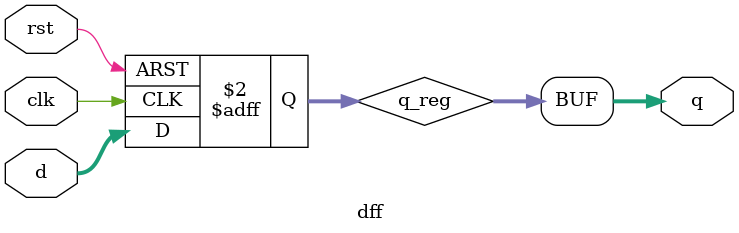
<source format=v>
module dff (
  input clk,
  input rst,
  input [7:0] d,
  output [7:0] q
);
reg [7:0] q_reg;

assign q = q_reg;

always @(posedge clk or posedge rst) begin
    if (rst) q_reg <= 0;
    else q_reg <= d;
end
endmodule // dff
</source>
